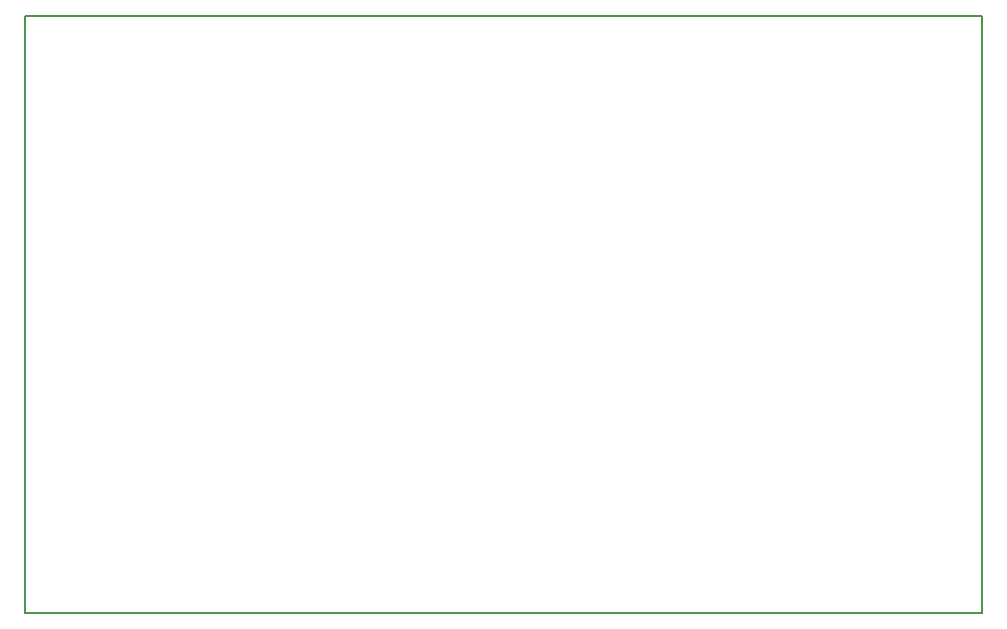
<source format=gbr>
G04 PROTEUS GERBER X2 FILE*
%TF.GenerationSoftware,Labcenter,Proteus,8.6-SP2-Build23525*%
%TF.CreationDate,2019-06-13T07:32:06+00:00*%
%TF.FileFunction,NonPlated,0,2,NPTH*%
%TF.FilePolarity,Positive*%
%TF.Part,Single*%
%FSLAX45Y45*%
%MOMM*%
G01*
%TA.AperFunction,Profile*%
%ADD19C,0.203200*%
%TD.AperFunction*%
D19*
X-11420000Y+3930000D02*
X-3320000Y+3930000D01*
X-3320000Y+8980000D01*
X-11420000Y+8980000D01*
X-11420000Y+3930000D01*
M02*

</source>
